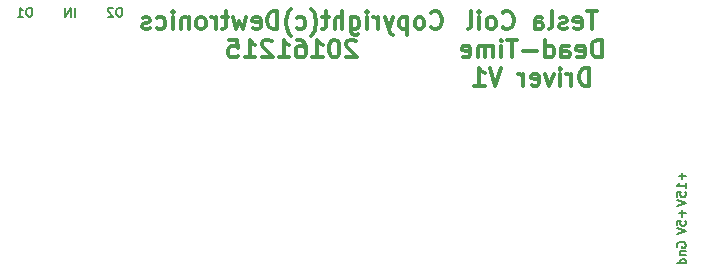
<source format=gbo>
G04 (created by PCBNEW (2013-jul-07)-stable) date Thu 15 Dec 2016 11:15:19 PM CST*
%MOIN*%
G04 Gerber Fmt 3.4, Leading zero omitted, Abs format*
%FSLAX34Y34*%
G01*
G70*
G90*
G04 APERTURE LIST*
%ADD10C,0.00590551*%
%ADD11C,0.0075*%
%ADD12C,0.011811*%
G04 APERTURE END LIST*
G54D10*
G54D11*
X77907Y-43371D02*
X77907Y-43071D01*
X77764Y-43371D02*
X77764Y-43071D01*
X77592Y-43371D01*
X77592Y-43071D01*
X79421Y-43071D02*
X79364Y-43071D01*
X79335Y-43085D01*
X79307Y-43114D01*
X79292Y-43171D01*
X79292Y-43271D01*
X79307Y-43328D01*
X79335Y-43357D01*
X79364Y-43371D01*
X79421Y-43371D01*
X79450Y-43357D01*
X79478Y-43328D01*
X79492Y-43271D01*
X79492Y-43171D01*
X79478Y-43114D01*
X79450Y-43085D01*
X79421Y-43071D01*
X79178Y-43100D02*
X79164Y-43085D01*
X79135Y-43071D01*
X79064Y-43071D01*
X79035Y-43085D01*
X79021Y-43100D01*
X79007Y-43128D01*
X79007Y-43157D01*
X79021Y-43200D01*
X79192Y-43371D01*
X79007Y-43371D01*
X76421Y-43071D02*
X76364Y-43071D01*
X76335Y-43085D01*
X76307Y-43114D01*
X76292Y-43171D01*
X76292Y-43271D01*
X76307Y-43328D01*
X76335Y-43357D01*
X76364Y-43371D01*
X76421Y-43371D01*
X76450Y-43357D01*
X76478Y-43328D01*
X76492Y-43271D01*
X76492Y-43171D01*
X76478Y-43114D01*
X76450Y-43085D01*
X76421Y-43071D01*
X76007Y-43371D02*
X76178Y-43371D01*
X76092Y-43371D02*
X76092Y-43071D01*
X76121Y-43114D01*
X76150Y-43142D01*
X76178Y-43157D01*
X97985Y-51057D02*
X97971Y-51028D01*
X97971Y-50985D01*
X97985Y-50942D01*
X98014Y-50914D01*
X98042Y-50900D01*
X98100Y-50885D01*
X98142Y-50885D01*
X98200Y-50900D01*
X98228Y-50914D01*
X98257Y-50942D01*
X98271Y-50985D01*
X98271Y-51014D01*
X98257Y-51057D01*
X98242Y-51071D01*
X98142Y-51071D01*
X98142Y-51014D01*
X98071Y-51200D02*
X98271Y-51200D01*
X98100Y-51200D02*
X98085Y-51214D01*
X98071Y-51242D01*
X98071Y-51285D01*
X98085Y-51314D01*
X98114Y-51328D01*
X98271Y-51328D01*
X98271Y-51600D02*
X97971Y-51600D01*
X98257Y-51600D02*
X98271Y-51571D01*
X98271Y-51514D01*
X98257Y-51485D01*
X98242Y-51471D01*
X98214Y-51457D01*
X98128Y-51457D01*
X98100Y-51471D01*
X98085Y-51485D01*
X98071Y-51514D01*
X98071Y-51571D01*
X98085Y-51600D01*
X98157Y-49814D02*
X98157Y-50042D01*
X98271Y-49928D02*
X98042Y-49928D01*
X97971Y-50328D02*
X97971Y-50185D01*
X98114Y-50171D01*
X98100Y-50185D01*
X98085Y-50214D01*
X98085Y-50285D01*
X98100Y-50314D01*
X98114Y-50328D01*
X98142Y-50342D01*
X98214Y-50342D01*
X98242Y-50328D01*
X98257Y-50314D01*
X98271Y-50285D01*
X98271Y-50214D01*
X98257Y-50185D01*
X98242Y-50171D01*
X97971Y-50428D02*
X98271Y-50528D01*
X97971Y-50628D01*
X98157Y-48571D02*
X98157Y-48800D01*
X98271Y-48685D02*
X98042Y-48685D01*
X98271Y-49100D02*
X98271Y-48928D01*
X98271Y-49014D02*
X97971Y-49014D01*
X98014Y-48985D01*
X98042Y-48957D01*
X98057Y-48928D01*
X97971Y-49371D02*
X97971Y-49228D01*
X98114Y-49214D01*
X98100Y-49228D01*
X98085Y-49257D01*
X98085Y-49328D01*
X98100Y-49357D01*
X98114Y-49371D01*
X98142Y-49385D01*
X98214Y-49385D01*
X98242Y-49371D01*
X98257Y-49357D01*
X98271Y-49328D01*
X98271Y-49257D01*
X98257Y-49228D01*
X98242Y-49214D01*
X97971Y-49471D02*
X98271Y-49571D01*
X97971Y-49671D01*
G54D12*
X89775Y-43732D02*
X89804Y-43760D01*
X89888Y-43789D01*
X89944Y-43789D01*
X90029Y-43760D01*
X90085Y-43704D01*
X90113Y-43648D01*
X90141Y-43535D01*
X90141Y-43451D01*
X90113Y-43339D01*
X90085Y-43282D01*
X90029Y-43226D01*
X89944Y-43198D01*
X89888Y-43198D01*
X89804Y-43226D01*
X89775Y-43254D01*
X89438Y-43789D02*
X89494Y-43760D01*
X89522Y-43732D01*
X89551Y-43676D01*
X89551Y-43507D01*
X89522Y-43451D01*
X89494Y-43423D01*
X89438Y-43395D01*
X89354Y-43395D01*
X89297Y-43423D01*
X89269Y-43451D01*
X89241Y-43507D01*
X89241Y-43676D01*
X89269Y-43732D01*
X89297Y-43760D01*
X89354Y-43789D01*
X89438Y-43789D01*
X88988Y-43395D02*
X88988Y-43985D01*
X88988Y-43423D02*
X88932Y-43395D01*
X88819Y-43395D01*
X88763Y-43423D01*
X88735Y-43451D01*
X88707Y-43507D01*
X88707Y-43676D01*
X88735Y-43732D01*
X88763Y-43760D01*
X88819Y-43789D01*
X88932Y-43789D01*
X88988Y-43760D01*
X88510Y-43395D02*
X88369Y-43789D01*
X88229Y-43395D02*
X88369Y-43789D01*
X88426Y-43929D01*
X88454Y-43957D01*
X88510Y-43985D01*
X88004Y-43789D02*
X88004Y-43395D01*
X88004Y-43507D02*
X87976Y-43451D01*
X87948Y-43423D01*
X87891Y-43395D01*
X87835Y-43395D01*
X87638Y-43789D02*
X87638Y-43395D01*
X87638Y-43198D02*
X87666Y-43226D01*
X87638Y-43254D01*
X87610Y-43226D01*
X87638Y-43198D01*
X87638Y-43254D01*
X87104Y-43395D02*
X87104Y-43873D01*
X87132Y-43929D01*
X87160Y-43957D01*
X87216Y-43985D01*
X87301Y-43985D01*
X87357Y-43957D01*
X87104Y-43760D02*
X87160Y-43789D01*
X87273Y-43789D01*
X87329Y-43760D01*
X87357Y-43732D01*
X87385Y-43676D01*
X87385Y-43507D01*
X87357Y-43451D01*
X87329Y-43423D01*
X87273Y-43395D01*
X87160Y-43395D01*
X87104Y-43423D01*
X86823Y-43789D02*
X86823Y-43198D01*
X86570Y-43789D02*
X86570Y-43479D01*
X86598Y-43423D01*
X86654Y-43395D01*
X86738Y-43395D01*
X86795Y-43423D01*
X86823Y-43451D01*
X86373Y-43395D02*
X86148Y-43395D01*
X86288Y-43198D02*
X86288Y-43704D01*
X86260Y-43760D01*
X86204Y-43789D01*
X86148Y-43789D01*
X85782Y-44014D02*
X85810Y-43985D01*
X85867Y-43901D01*
X85895Y-43845D01*
X85923Y-43760D01*
X85951Y-43620D01*
X85951Y-43507D01*
X85923Y-43367D01*
X85895Y-43282D01*
X85867Y-43226D01*
X85810Y-43142D01*
X85782Y-43114D01*
X85304Y-43760D02*
X85360Y-43789D01*
X85473Y-43789D01*
X85529Y-43760D01*
X85557Y-43732D01*
X85585Y-43676D01*
X85585Y-43507D01*
X85557Y-43451D01*
X85529Y-43423D01*
X85473Y-43395D01*
X85360Y-43395D01*
X85304Y-43423D01*
X85107Y-44014D02*
X85079Y-43985D01*
X85023Y-43901D01*
X84995Y-43845D01*
X84967Y-43760D01*
X84939Y-43620D01*
X84939Y-43507D01*
X84967Y-43367D01*
X84995Y-43282D01*
X85023Y-43226D01*
X85079Y-43142D01*
X85107Y-43114D01*
X84657Y-43789D02*
X84657Y-43198D01*
X84517Y-43198D01*
X84432Y-43226D01*
X84376Y-43282D01*
X84348Y-43339D01*
X84320Y-43451D01*
X84320Y-43535D01*
X84348Y-43648D01*
X84376Y-43704D01*
X84432Y-43760D01*
X84517Y-43789D01*
X84657Y-43789D01*
X83842Y-43760D02*
X83898Y-43789D01*
X84011Y-43789D01*
X84067Y-43760D01*
X84095Y-43704D01*
X84095Y-43479D01*
X84067Y-43423D01*
X84011Y-43395D01*
X83898Y-43395D01*
X83842Y-43423D01*
X83814Y-43479D01*
X83814Y-43535D01*
X84095Y-43592D01*
X83617Y-43395D02*
X83504Y-43789D01*
X83392Y-43507D01*
X83279Y-43789D01*
X83167Y-43395D01*
X83026Y-43395D02*
X82801Y-43395D01*
X82942Y-43198D02*
X82942Y-43704D01*
X82914Y-43760D01*
X82858Y-43789D01*
X82801Y-43789D01*
X82605Y-43789D02*
X82605Y-43395D01*
X82605Y-43507D02*
X82576Y-43451D01*
X82548Y-43423D01*
X82492Y-43395D01*
X82436Y-43395D01*
X82155Y-43789D02*
X82211Y-43760D01*
X82239Y-43732D01*
X82267Y-43676D01*
X82267Y-43507D01*
X82239Y-43451D01*
X82211Y-43423D01*
X82155Y-43395D01*
X82070Y-43395D01*
X82014Y-43423D01*
X81986Y-43451D01*
X81958Y-43507D01*
X81958Y-43676D01*
X81986Y-43732D01*
X82014Y-43760D01*
X82070Y-43789D01*
X82155Y-43789D01*
X81705Y-43395D02*
X81705Y-43789D01*
X81705Y-43451D02*
X81676Y-43423D01*
X81620Y-43395D01*
X81536Y-43395D01*
X81480Y-43423D01*
X81452Y-43479D01*
X81452Y-43789D01*
X81170Y-43789D02*
X81170Y-43395D01*
X81170Y-43198D02*
X81198Y-43226D01*
X81170Y-43254D01*
X81142Y-43226D01*
X81170Y-43198D01*
X81170Y-43254D01*
X80636Y-43760D02*
X80692Y-43789D01*
X80805Y-43789D01*
X80861Y-43760D01*
X80889Y-43732D01*
X80917Y-43676D01*
X80917Y-43507D01*
X80889Y-43451D01*
X80861Y-43423D01*
X80805Y-43395D01*
X80692Y-43395D01*
X80636Y-43423D01*
X80411Y-43760D02*
X80355Y-43789D01*
X80242Y-43789D01*
X80186Y-43760D01*
X80158Y-43704D01*
X80158Y-43676D01*
X80186Y-43620D01*
X80242Y-43592D01*
X80327Y-43592D01*
X80383Y-43564D01*
X80411Y-43507D01*
X80411Y-43479D01*
X80383Y-43423D01*
X80327Y-43395D01*
X80242Y-43395D01*
X80186Y-43423D01*
X87287Y-44199D02*
X87259Y-44171D01*
X87202Y-44143D01*
X87062Y-44143D01*
X87006Y-44171D01*
X86977Y-44199D01*
X86949Y-44255D01*
X86949Y-44312D01*
X86977Y-44396D01*
X87315Y-44733D01*
X86949Y-44733D01*
X86584Y-44143D02*
X86527Y-44143D01*
X86471Y-44171D01*
X86443Y-44199D01*
X86415Y-44255D01*
X86387Y-44368D01*
X86387Y-44508D01*
X86415Y-44621D01*
X86443Y-44677D01*
X86471Y-44705D01*
X86527Y-44733D01*
X86584Y-44733D01*
X86640Y-44705D01*
X86668Y-44677D01*
X86696Y-44621D01*
X86724Y-44508D01*
X86724Y-44368D01*
X86696Y-44255D01*
X86668Y-44199D01*
X86640Y-44171D01*
X86584Y-44143D01*
X85824Y-44733D02*
X86162Y-44733D01*
X85993Y-44733D02*
X85993Y-44143D01*
X86049Y-44227D01*
X86106Y-44283D01*
X86162Y-44312D01*
X85318Y-44143D02*
X85431Y-44143D01*
X85487Y-44171D01*
X85515Y-44199D01*
X85571Y-44283D01*
X85599Y-44396D01*
X85599Y-44621D01*
X85571Y-44677D01*
X85543Y-44705D01*
X85487Y-44733D01*
X85374Y-44733D01*
X85318Y-44705D01*
X85290Y-44677D01*
X85262Y-44621D01*
X85262Y-44480D01*
X85290Y-44424D01*
X85318Y-44396D01*
X85374Y-44368D01*
X85487Y-44368D01*
X85543Y-44396D01*
X85571Y-44424D01*
X85599Y-44480D01*
X84700Y-44733D02*
X85037Y-44733D01*
X84868Y-44733D02*
X84868Y-44143D01*
X84925Y-44227D01*
X84981Y-44283D01*
X85037Y-44312D01*
X84475Y-44199D02*
X84446Y-44171D01*
X84390Y-44143D01*
X84250Y-44143D01*
X84193Y-44171D01*
X84165Y-44199D01*
X84137Y-44255D01*
X84137Y-44312D01*
X84165Y-44396D01*
X84503Y-44733D01*
X84137Y-44733D01*
X83575Y-44733D02*
X83912Y-44733D01*
X83743Y-44733D02*
X83743Y-44143D01*
X83800Y-44227D01*
X83856Y-44283D01*
X83912Y-44312D01*
X83040Y-44143D02*
X83322Y-44143D01*
X83350Y-44424D01*
X83322Y-44396D01*
X83265Y-44368D01*
X83125Y-44368D01*
X83069Y-44396D01*
X83040Y-44424D01*
X83012Y-44480D01*
X83012Y-44621D01*
X83040Y-44677D01*
X83069Y-44705D01*
X83125Y-44733D01*
X83265Y-44733D01*
X83322Y-44705D01*
X83350Y-44677D01*
X95315Y-43198D02*
X94977Y-43198D01*
X95146Y-43789D02*
X95146Y-43198D01*
X94556Y-43760D02*
X94612Y-43789D01*
X94724Y-43789D01*
X94781Y-43760D01*
X94809Y-43704D01*
X94809Y-43479D01*
X94781Y-43423D01*
X94724Y-43395D01*
X94612Y-43395D01*
X94556Y-43423D01*
X94527Y-43479D01*
X94527Y-43535D01*
X94809Y-43592D01*
X94302Y-43760D02*
X94246Y-43789D01*
X94134Y-43789D01*
X94078Y-43760D01*
X94049Y-43704D01*
X94049Y-43676D01*
X94078Y-43620D01*
X94134Y-43592D01*
X94218Y-43592D01*
X94274Y-43564D01*
X94302Y-43507D01*
X94302Y-43479D01*
X94274Y-43423D01*
X94218Y-43395D01*
X94134Y-43395D01*
X94078Y-43423D01*
X93712Y-43789D02*
X93768Y-43760D01*
X93796Y-43704D01*
X93796Y-43198D01*
X93234Y-43789D02*
X93234Y-43479D01*
X93262Y-43423D01*
X93318Y-43395D01*
X93431Y-43395D01*
X93487Y-43423D01*
X93234Y-43760D02*
X93290Y-43789D01*
X93431Y-43789D01*
X93487Y-43760D01*
X93515Y-43704D01*
X93515Y-43648D01*
X93487Y-43592D01*
X93431Y-43564D01*
X93290Y-43564D01*
X93234Y-43535D01*
X92165Y-43732D02*
X92193Y-43760D01*
X92278Y-43789D01*
X92334Y-43789D01*
X92418Y-43760D01*
X92475Y-43704D01*
X92503Y-43648D01*
X92531Y-43535D01*
X92531Y-43451D01*
X92503Y-43339D01*
X92475Y-43282D01*
X92418Y-43226D01*
X92334Y-43198D01*
X92278Y-43198D01*
X92193Y-43226D01*
X92165Y-43254D01*
X91828Y-43789D02*
X91884Y-43760D01*
X91912Y-43732D01*
X91940Y-43676D01*
X91940Y-43507D01*
X91912Y-43451D01*
X91884Y-43423D01*
X91828Y-43395D01*
X91743Y-43395D01*
X91687Y-43423D01*
X91659Y-43451D01*
X91631Y-43507D01*
X91631Y-43676D01*
X91659Y-43732D01*
X91687Y-43760D01*
X91743Y-43789D01*
X91828Y-43789D01*
X91378Y-43789D02*
X91378Y-43395D01*
X91378Y-43198D02*
X91406Y-43226D01*
X91378Y-43254D01*
X91350Y-43226D01*
X91378Y-43198D01*
X91378Y-43254D01*
X91012Y-43789D02*
X91069Y-43760D01*
X91097Y-43704D01*
X91097Y-43198D01*
X95470Y-44733D02*
X95470Y-44143D01*
X95329Y-44143D01*
X95245Y-44171D01*
X95188Y-44227D01*
X95160Y-44283D01*
X95132Y-44396D01*
X95132Y-44480D01*
X95160Y-44593D01*
X95188Y-44649D01*
X95245Y-44705D01*
X95329Y-44733D01*
X95470Y-44733D01*
X94654Y-44705D02*
X94710Y-44733D01*
X94823Y-44733D01*
X94879Y-44705D01*
X94907Y-44649D01*
X94907Y-44424D01*
X94879Y-44368D01*
X94823Y-44340D01*
X94710Y-44340D01*
X94654Y-44368D01*
X94626Y-44424D01*
X94626Y-44480D01*
X94907Y-44537D01*
X94120Y-44733D02*
X94120Y-44424D01*
X94148Y-44368D01*
X94204Y-44340D01*
X94317Y-44340D01*
X94373Y-44368D01*
X94120Y-44705D02*
X94176Y-44733D01*
X94317Y-44733D01*
X94373Y-44705D01*
X94401Y-44649D01*
X94401Y-44593D01*
X94373Y-44537D01*
X94317Y-44508D01*
X94176Y-44508D01*
X94120Y-44480D01*
X93585Y-44733D02*
X93585Y-44143D01*
X93585Y-44705D02*
X93642Y-44733D01*
X93754Y-44733D01*
X93810Y-44705D01*
X93838Y-44677D01*
X93867Y-44621D01*
X93867Y-44452D01*
X93838Y-44396D01*
X93810Y-44368D01*
X93754Y-44340D01*
X93642Y-44340D01*
X93585Y-44368D01*
X93304Y-44508D02*
X92854Y-44508D01*
X92657Y-44143D02*
X92320Y-44143D01*
X92489Y-44733D02*
X92489Y-44143D01*
X92123Y-44733D02*
X92123Y-44340D01*
X92123Y-44143D02*
X92151Y-44171D01*
X92123Y-44199D01*
X92095Y-44171D01*
X92123Y-44143D01*
X92123Y-44199D01*
X91842Y-44733D02*
X91842Y-44340D01*
X91842Y-44396D02*
X91814Y-44368D01*
X91757Y-44340D01*
X91673Y-44340D01*
X91617Y-44368D01*
X91589Y-44424D01*
X91589Y-44733D01*
X91589Y-44424D02*
X91561Y-44368D01*
X91504Y-44340D01*
X91420Y-44340D01*
X91364Y-44368D01*
X91336Y-44424D01*
X91336Y-44733D01*
X90829Y-44705D02*
X90886Y-44733D01*
X90998Y-44733D01*
X91054Y-44705D01*
X91083Y-44649D01*
X91083Y-44424D01*
X91054Y-44368D01*
X90998Y-44340D01*
X90886Y-44340D01*
X90829Y-44368D01*
X90801Y-44424D01*
X90801Y-44480D01*
X91083Y-44537D01*
X95048Y-45678D02*
X95048Y-45088D01*
X94907Y-45088D01*
X94823Y-45116D01*
X94766Y-45172D01*
X94738Y-45228D01*
X94710Y-45341D01*
X94710Y-45425D01*
X94738Y-45538D01*
X94766Y-45594D01*
X94823Y-45650D01*
X94907Y-45678D01*
X95048Y-45678D01*
X94457Y-45678D02*
X94457Y-45285D01*
X94457Y-45397D02*
X94429Y-45341D01*
X94401Y-45313D01*
X94345Y-45285D01*
X94288Y-45285D01*
X94092Y-45678D02*
X94092Y-45285D01*
X94092Y-45088D02*
X94120Y-45116D01*
X94092Y-45144D01*
X94063Y-45116D01*
X94092Y-45088D01*
X94092Y-45144D01*
X93867Y-45285D02*
X93726Y-45678D01*
X93585Y-45285D01*
X93135Y-45650D02*
X93192Y-45678D01*
X93304Y-45678D01*
X93360Y-45650D01*
X93389Y-45594D01*
X93389Y-45369D01*
X93360Y-45313D01*
X93304Y-45285D01*
X93192Y-45285D01*
X93135Y-45313D01*
X93107Y-45369D01*
X93107Y-45425D01*
X93389Y-45481D01*
X92854Y-45678D02*
X92854Y-45285D01*
X92854Y-45397D02*
X92826Y-45341D01*
X92798Y-45313D01*
X92742Y-45285D01*
X92685Y-45285D01*
X92123Y-45088D02*
X91926Y-45678D01*
X91729Y-45088D01*
X91223Y-45678D02*
X91561Y-45678D01*
X91392Y-45678D02*
X91392Y-45088D01*
X91448Y-45172D01*
X91504Y-45228D01*
X91561Y-45256D01*
M02*

</source>
